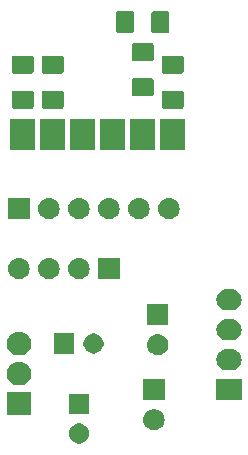
<source format=gbr>
G04 #@! TF.GenerationSoftware,KiCad,Pcbnew,5.0.2+dfsg1-1*
G04 #@! TF.CreationDate,2019-05-02T19:47:23-04:00*
G04 #@! TF.ProjectId,v1,76312e6b-6963-4616-945f-706362585858,rev?*
G04 #@! TF.SameCoordinates,Original*
G04 #@! TF.FileFunction,Soldermask,Top*
G04 #@! TF.FilePolarity,Negative*
%FSLAX46Y46*%
G04 Gerber Fmt 4.6, Leading zero omitted, Abs format (unit mm)*
G04 Created by KiCad (PCBNEW 5.0.2+dfsg1-1) date Thu 02 May 2019 07:47:23 PM EDT*
%MOMM*%
%LPD*%
G01*
G04 APERTURE LIST*
%ADD10C,0.100000*%
G04 APERTURE END LIST*
D10*
G36*
X112969127Y-124819287D02*
X113123999Y-124883437D01*
X113263380Y-124976569D01*
X113381914Y-125095103D01*
X113475046Y-125234484D01*
X113539196Y-125389356D01*
X113571899Y-125553768D01*
X113571899Y-125721400D01*
X113539196Y-125885812D01*
X113475046Y-126040684D01*
X113381914Y-126180065D01*
X113263380Y-126298599D01*
X113123999Y-126391731D01*
X112969127Y-126455881D01*
X112804715Y-126488584D01*
X112637083Y-126488584D01*
X112472671Y-126455881D01*
X112317799Y-126391731D01*
X112178418Y-126298599D01*
X112059884Y-126180065D01*
X111966752Y-126040684D01*
X111902602Y-125885812D01*
X111869899Y-125721400D01*
X111869899Y-125553768D01*
X111902602Y-125389356D01*
X111966752Y-125234484D01*
X112059884Y-125095103D01*
X112178418Y-124976569D01*
X112317799Y-124883437D01*
X112472671Y-124819287D01*
X112637083Y-124786584D01*
X112804715Y-124786584D01*
X112969127Y-124819287D01*
X112969127Y-124819287D01*
G37*
G36*
X119181341Y-123565518D02*
X119247526Y-123572037D01*
X119360752Y-123606384D01*
X119417366Y-123623557D01*
X119555986Y-123697652D01*
X119573890Y-123707222D01*
X119609628Y-123736552D01*
X119711085Y-123819814D01*
X119794347Y-123921271D01*
X119823677Y-123957009D01*
X119823678Y-123957011D01*
X119907342Y-124113533D01*
X119907342Y-124113534D01*
X119958862Y-124283373D01*
X119976258Y-124460000D01*
X119958862Y-124636627D01*
X119924515Y-124749853D01*
X119907342Y-124806467D01*
X119833247Y-124945087D01*
X119823677Y-124962991D01*
X119812533Y-124976570D01*
X119711085Y-125100186D01*
X119609628Y-125183448D01*
X119573890Y-125212778D01*
X119573888Y-125212779D01*
X119417366Y-125296443D01*
X119360752Y-125313616D01*
X119247526Y-125347963D01*
X119181341Y-125354482D01*
X119115159Y-125361000D01*
X119026639Y-125361000D01*
X118960457Y-125354482D01*
X118894272Y-125347963D01*
X118781046Y-125313616D01*
X118724432Y-125296443D01*
X118567910Y-125212779D01*
X118567908Y-125212778D01*
X118532170Y-125183448D01*
X118430713Y-125100186D01*
X118329265Y-124976570D01*
X118318121Y-124962991D01*
X118308551Y-124945087D01*
X118234456Y-124806467D01*
X118217283Y-124749853D01*
X118182936Y-124636627D01*
X118165540Y-124460000D01*
X118182936Y-124283373D01*
X118234456Y-124113534D01*
X118234456Y-124113533D01*
X118318120Y-123957011D01*
X118318121Y-123957009D01*
X118347451Y-123921271D01*
X118430713Y-123819814D01*
X118532170Y-123736552D01*
X118567908Y-123707222D01*
X118585812Y-123697652D01*
X118724432Y-123623557D01*
X118781046Y-123606384D01*
X118894272Y-123572037D01*
X118960457Y-123565518D01*
X119026639Y-123559000D01*
X119115159Y-123559000D01*
X119181341Y-123565518D01*
X119181341Y-123565518D01*
G37*
G36*
X108691899Y-124101084D02*
X106589899Y-124101084D01*
X106589899Y-122094084D01*
X108691899Y-122094084D01*
X108691899Y-124101084D01*
X108691899Y-124101084D01*
G37*
G36*
X113571899Y-123988584D02*
X111869899Y-123988584D01*
X111869899Y-122286584D01*
X113571899Y-122286584D01*
X113571899Y-123988584D01*
X113571899Y-123988584D01*
G37*
G36*
X126487899Y-122834600D02*
X124353899Y-122834600D01*
X124353899Y-121005400D01*
X126487899Y-121005400D01*
X126487899Y-122834600D01*
X126487899Y-122834600D01*
G37*
G36*
X119971899Y-122821000D02*
X118169899Y-122821000D01*
X118169899Y-121019000D01*
X119971899Y-121019000D01*
X119971899Y-122821000D01*
X119971899Y-122821000D01*
G37*
G36*
X107790582Y-119559293D02*
X107885119Y-119568604D01*
X108074280Y-119625985D01*
X108248611Y-119719167D01*
X108401414Y-119844569D01*
X108526816Y-119997372D01*
X108619998Y-120171703D01*
X108677379Y-120360864D01*
X108696754Y-120557584D01*
X108677379Y-120754304D01*
X108619998Y-120943465D01*
X108526816Y-121117796D01*
X108401414Y-121270599D01*
X108248611Y-121396001D01*
X108074280Y-121489183D01*
X107885119Y-121546564D01*
X107796663Y-121555276D01*
X107737695Y-121561084D01*
X107544103Y-121561084D01*
X107485135Y-121555276D01*
X107396679Y-121546564D01*
X107207518Y-121489183D01*
X107033187Y-121396001D01*
X106880384Y-121270599D01*
X106754982Y-121117796D01*
X106661800Y-120943465D01*
X106604419Y-120754304D01*
X106585044Y-120557584D01*
X106604419Y-120360864D01*
X106661800Y-120171703D01*
X106754982Y-119997372D01*
X106880384Y-119844569D01*
X107033187Y-119719167D01*
X107207518Y-119625985D01*
X107396679Y-119568604D01*
X107491216Y-119559293D01*
X107544103Y-119554084D01*
X107737695Y-119554084D01*
X107790582Y-119559293D01*
X107790582Y-119559293D01*
G37*
G36*
X125752593Y-118478633D02*
X125924993Y-118530931D01*
X125924995Y-118530932D01*
X126083882Y-118615859D01*
X126223148Y-118730151D01*
X126331992Y-118862778D01*
X126337439Y-118869416D01*
X126422368Y-119028306D01*
X126474666Y-119200706D01*
X126492324Y-119380000D01*
X126474666Y-119559294D01*
X126426168Y-119719167D01*
X126422367Y-119731696D01*
X126337440Y-119890583D01*
X126223148Y-120029849D01*
X126083882Y-120144141D01*
X126032317Y-120171703D01*
X125924993Y-120229069D01*
X125752593Y-120281367D01*
X125618230Y-120294600D01*
X125223568Y-120294600D01*
X125089205Y-120281367D01*
X124916805Y-120229069D01*
X124809481Y-120171703D01*
X124757916Y-120144141D01*
X124618650Y-120029849D01*
X124504358Y-119890583D01*
X124419431Y-119731696D01*
X124415630Y-119719167D01*
X124367132Y-119559294D01*
X124349474Y-119380000D01*
X124367132Y-119200706D01*
X124419430Y-119028306D01*
X124504359Y-118869416D01*
X124509807Y-118862778D01*
X124618650Y-118730151D01*
X124757916Y-118615859D01*
X124916803Y-118530932D01*
X124916805Y-118530931D01*
X125089205Y-118478633D01*
X125223568Y-118465400D01*
X125618230Y-118465400D01*
X125752593Y-118478633D01*
X125752593Y-118478633D01*
G37*
G36*
X107790582Y-117019293D02*
X107885119Y-117028604D01*
X108074280Y-117085985D01*
X108248611Y-117179167D01*
X108401414Y-117304569D01*
X108526816Y-117457372D01*
X108619998Y-117631703D01*
X108677379Y-117820864D01*
X108696754Y-118017584D01*
X108677379Y-118214304D01*
X108619998Y-118403465D01*
X108526816Y-118577796D01*
X108401414Y-118730599D01*
X108248611Y-118856001D01*
X108074280Y-118949183D01*
X107885119Y-119006564D01*
X107796663Y-119015276D01*
X107737695Y-119021084D01*
X107544103Y-119021084D01*
X107485135Y-119015276D01*
X107396679Y-119006564D01*
X107207518Y-118949183D01*
X107033187Y-118856001D01*
X106880384Y-118730599D01*
X106754982Y-118577796D01*
X106661800Y-118403465D01*
X106604419Y-118214304D01*
X106585044Y-118017584D01*
X106604419Y-117820864D01*
X106661800Y-117631703D01*
X106754982Y-117457372D01*
X106880384Y-117304569D01*
X107033187Y-117179167D01*
X107207518Y-117085985D01*
X107396679Y-117028604D01*
X107491216Y-117019293D01*
X107544103Y-117014084D01*
X107737695Y-117014084D01*
X107790582Y-117019293D01*
X107790582Y-117019293D01*
G37*
G36*
X119490443Y-117215519D02*
X119556627Y-117222037D01*
X119669853Y-117256384D01*
X119726467Y-117273557D01*
X119865087Y-117347652D01*
X119882991Y-117357222D01*
X119918729Y-117386552D01*
X120020186Y-117469814D01*
X120103448Y-117571271D01*
X120132778Y-117607009D01*
X120142348Y-117624913D01*
X120216443Y-117763533D01*
X120216443Y-117763534D01*
X120267963Y-117933373D01*
X120285359Y-118110000D01*
X120267963Y-118286627D01*
X120233616Y-118399853D01*
X120216443Y-118456467D01*
X120176640Y-118530932D01*
X120132778Y-118612991D01*
X120130424Y-118615859D01*
X120020186Y-118750186D01*
X119918729Y-118833448D01*
X119882991Y-118862778D01*
X119882989Y-118862779D01*
X119726467Y-118946443D01*
X119669853Y-118963616D01*
X119556627Y-118997963D01*
X119490443Y-119004481D01*
X119424260Y-119011000D01*
X119335740Y-119011000D01*
X119269557Y-119004481D01*
X119203373Y-118997963D01*
X119090147Y-118963616D01*
X119033533Y-118946443D01*
X118877011Y-118862779D01*
X118877009Y-118862778D01*
X118841271Y-118833448D01*
X118739814Y-118750186D01*
X118629576Y-118615859D01*
X118627222Y-118612991D01*
X118583360Y-118530932D01*
X118543557Y-118456467D01*
X118526384Y-118399853D01*
X118492037Y-118286627D01*
X118474641Y-118110000D01*
X118492037Y-117933373D01*
X118543557Y-117763534D01*
X118543557Y-117763533D01*
X118617652Y-117624913D01*
X118627222Y-117607009D01*
X118656552Y-117571271D01*
X118739814Y-117469814D01*
X118841271Y-117386552D01*
X118877009Y-117357222D01*
X118894913Y-117347652D01*
X119033533Y-117273557D01*
X119090147Y-117256384D01*
X119203373Y-117222037D01*
X119269557Y-117215519D01*
X119335740Y-117209000D01*
X119424260Y-117209000D01*
X119490443Y-117215519D01*
X119490443Y-117215519D01*
G37*
G36*
X112301899Y-118868584D02*
X110599899Y-118868584D01*
X110599899Y-117166584D01*
X112301899Y-117166584D01*
X112301899Y-118868584D01*
X112301899Y-118868584D01*
G37*
G36*
X114199127Y-117199287D02*
X114353999Y-117263437D01*
X114493380Y-117356569D01*
X114611914Y-117475103D01*
X114705046Y-117614484D01*
X114769196Y-117769356D01*
X114801899Y-117933768D01*
X114801899Y-118101400D01*
X114769196Y-118265812D01*
X114705046Y-118420684D01*
X114611914Y-118560065D01*
X114493380Y-118678599D01*
X114353999Y-118771731D01*
X114199127Y-118835881D01*
X114034715Y-118868584D01*
X113867083Y-118868584D01*
X113702671Y-118835881D01*
X113547799Y-118771731D01*
X113408418Y-118678599D01*
X113289884Y-118560065D01*
X113196752Y-118420684D01*
X113132602Y-118265812D01*
X113099899Y-118101400D01*
X113099899Y-117933768D01*
X113132602Y-117769356D01*
X113196752Y-117614484D01*
X113289884Y-117475103D01*
X113408418Y-117356569D01*
X113547799Y-117263437D01*
X113702671Y-117199287D01*
X113867083Y-117166584D01*
X114034715Y-117166584D01*
X114199127Y-117199287D01*
X114199127Y-117199287D01*
G37*
G36*
X125752593Y-115938633D02*
X125924993Y-115990931D01*
X125924995Y-115990932D01*
X126083882Y-116075859D01*
X126083884Y-116075860D01*
X126083883Y-116075860D01*
X126223148Y-116190151D01*
X126337439Y-116329416D01*
X126422368Y-116488306D01*
X126474666Y-116660706D01*
X126492324Y-116840000D01*
X126474666Y-117019294D01*
X126429985Y-117166584D01*
X126422367Y-117191696D01*
X126337440Y-117350583D01*
X126223148Y-117489849D01*
X126083882Y-117604141D01*
X126032317Y-117631703D01*
X125924993Y-117689069D01*
X125752593Y-117741367D01*
X125618230Y-117754600D01*
X125223568Y-117754600D01*
X125089205Y-117741367D01*
X124916805Y-117689069D01*
X124809481Y-117631703D01*
X124757916Y-117604141D01*
X124618650Y-117489849D01*
X124504358Y-117350583D01*
X124419431Y-117191696D01*
X124411813Y-117166584D01*
X124367132Y-117019294D01*
X124349474Y-116840000D01*
X124367132Y-116660706D01*
X124419430Y-116488306D01*
X124504359Y-116329416D01*
X124618650Y-116190151D01*
X124757915Y-116075860D01*
X124757914Y-116075860D01*
X124757916Y-116075859D01*
X124916803Y-115990932D01*
X124916805Y-115990931D01*
X125089205Y-115938633D01*
X125223568Y-115925400D01*
X125618230Y-115925400D01*
X125752593Y-115938633D01*
X125752593Y-115938633D01*
G37*
G36*
X120281000Y-116471000D02*
X118479000Y-116471000D01*
X118479000Y-114669000D01*
X120281000Y-114669000D01*
X120281000Y-116471000D01*
X120281000Y-116471000D01*
G37*
G36*
X125752593Y-113398633D02*
X125924993Y-113450931D01*
X125924995Y-113450932D01*
X126083882Y-113535859D01*
X126083884Y-113535860D01*
X126083883Y-113535860D01*
X126223148Y-113650151D01*
X126337439Y-113789416D01*
X126422368Y-113948306D01*
X126474666Y-114120706D01*
X126492324Y-114300000D01*
X126474666Y-114479294D01*
X126422368Y-114651694D01*
X126422367Y-114651696D01*
X126337440Y-114810583D01*
X126223148Y-114949849D01*
X126083882Y-115064141D01*
X125924995Y-115149068D01*
X125924993Y-115149069D01*
X125752593Y-115201367D01*
X125618230Y-115214600D01*
X125223568Y-115214600D01*
X125089205Y-115201367D01*
X124916805Y-115149069D01*
X124916803Y-115149068D01*
X124757916Y-115064141D01*
X124618650Y-114949849D01*
X124504358Y-114810583D01*
X124419431Y-114651696D01*
X124419430Y-114651694D01*
X124367132Y-114479294D01*
X124349474Y-114300000D01*
X124367132Y-114120706D01*
X124419430Y-113948306D01*
X124504359Y-113789416D01*
X124618650Y-113650151D01*
X124757915Y-113535860D01*
X124757914Y-113535860D01*
X124757916Y-113535859D01*
X124916803Y-113450932D01*
X124916805Y-113450931D01*
X125089205Y-113398633D01*
X125223568Y-113385400D01*
X125618230Y-113385400D01*
X125752593Y-113398633D01*
X125752593Y-113398633D01*
G37*
G36*
X107751341Y-110773102D02*
X107817526Y-110779621D01*
X107930752Y-110813968D01*
X107987366Y-110831141D01*
X108125986Y-110905236D01*
X108143890Y-110914806D01*
X108179628Y-110944136D01*
X108281085Y-111027398D01*
X108364347Y-111128855D01*
X108393677Y-111164593D01*
X108393678Y-111164595D01*
X108477342Y-111321117D01*
X108477342Y-111321118D01*
X108528862Y-111490957D01*
X108546258Y-111667584D01*
X108528862Y-111844211D01*
X108494515Y-111957437D01*
X108477342Y-112014051D01*
X108403247Y-112152671D01*
X108393677Y-112170575D01*
X108364347Y-112206313D01*
X108281085Y-112307770D01*
X108179628Y-112391032D01*
X108143890Y-112420362D01*
X108143888Y-112420363D01*
X107987366Y-112504027D01*
X107930752Y-112521200D01*
X107817526Y-112555547D01*
X107751342Y-112562065D01*
X107685159Y-112568584D01*
X107596639Y-112568584D01*
X107530456Y-112562065D01*
X107464272Y-112555547D01*
X107351046Y-112521200D01*
X107294432Y-112504027D01*
X107137910Y-112420363D01*
X107137908Y-112420362D01*
X107102170Y-112391032D01*
X107000713Y-112307770D01*
X106917451Y-112206313D01*
X106888121Y-112170575D01*
X106878551Y-112152671D01*
X106804456Y-112014051D01*
X106787283Y-111957437D01*
X106752936Y-111844211D01*
X106735540Y-111667584D01*
X106752936Y-111490957D01*
X106804456Y-111321118D01*
X106804456Y-111321117D01*
X106888120Y-111164595D01*
X106888121Y-111164593D01*
X106917451Y-111128855D01*
X107000713Y-111027398D01*
X107102170Y-110944136D01*
X107137908Y-110914806D01*
X107155812Y-110905236D01*
X107294432Y-110831141D01*
X107351046Y-110813968D01*
X107464272Y-110779621D01*
X107530457Y-110773102D01*
X107596639Y-110766584D01*
X107685159Y-110766584D01*
X107751341Y-110773102D01*
X107751341Y-110773102D01*
G37*
G36*
X112831341Y-110773102D02*
X112897526Y-110779621D01*
X113010752Y-110813968D01*
X113067366Y-110831141D01*
X113205986Y-110905236D01*
X113223890Y-110914806D01*
X113259628Y-110944136D01*
X113361085Y-111027398D01*
X113444347Y-111128855D01*
X113473677Y-111164593D01*
X113473678Y-111164595D01*
X113557342Y-111321117D01*
X113557342Y-111321118D01*
X113608862Y-111490957D01*
X113626258Y-111667584D01*
X113608862Y-111844211D01*
X113574515Y-111957437D01*
X113557342Y-112014051D01*
X113483247Y-112152671D01*
X113473677Y-112170575D01*
X113444347Y-112206313D01*
X113361085Y-112307770D01*
X113259628Y-112391032D01*
X113223890Y-112420362D01*
X113223888Y-112420363D01*
X113067366Y-112504027D01*
X113010752Y-112521200D01*
X112897526Y-112555547D01*
X112831342Y-112562065D01*
X112765159Y-112568584D01*
X112676639Y-112568584D01*
X112610456Y-112562065D01*
X112544272Y-112555547D01*
X112431046Y-112521200D01*
X112374432Y-112504027D01*
X112217910Y-112420363D01*
X112217908Y-112420362D01*
X112182170Y-112391032D01*
X112080713Y-112307770D01*
X111997451Y-112206313D01*
X111968121Y-112170575D01*
X111958551Y-112152671D01*
X111884456Y-112014051D01*
X111867283Y-111957437D01*
X111832936Y-111844211D01*
X111815540Y-111667584D01*
X111832936Y-111490957D01*
X111884456Y-111321118D01*
X111884456Y-111321117D01*
X111968120Y-111164595D01*
X111968121Y-111164593D01*
X111997451Y-111128855D01*
X112080713Y-111027398D01*
X112182170Y-110944136D01*
X112217908Y-110914806D01*
X112235812Y-110905236D01*
X112374432Y-110831141D01*
X112431046Y-110813968D01*
X112544272Y-110779621D01*
X112610457Y-110773102D01*
X112676639Y-110766584D01*
X112765159Y-110766584D01*
X112831341Y-110773102D01*
X112831341Y-110773102D01*
G37*
G36*
X116161899Y-112568584D02*
X114359899Y-112568584D01*
X114359899Y-110766584D01*
X116161899Y-110766584D01*
X116161899Y-112568584D01*
X116161899Y-112568584D01*
G37*
G36*
X110291341Y-110773102D02*
X110357526Y-110779621D01*
X110470752Y-110813968D01*
X110527366Y-110831141D01*
X110665986Y-110905236D01*
X110683890Y-110914806D01*
X110719628Y-110944136D01*
X110821085Y-111027398D01*
X110904347Y-111128855D01*
X110933677Y-111164593D01*
X110933678Y-111164595D01*
X111017342Y-111321117D01*
X111017342Y-111321118D01*
X111068862Y-111490957D01*
X111086258Y-111667584D01*
X111068862Y-111844211D01*
X111034515Y-111957437D01*
X111017342Y-112014051D01*
X110943247Y-112152671D01*
X110933677Y-112170575D01*
X110904347Y-112206313D01*
X110821085Y-112307770D01*
X110719628Y-112391032D01*
X110683890Y-112420362D01*
X110683888Y-112420363D01*
X110527366Y-112504027D01*
X110470752Y-112521200D01*
X110357526Y-112555547D01*
X110291342Y-112562065D01*
X110225159Y-112568584D01*
X110136639Y-112568584D01*
X110070456Y-112562065D01*
X110004272Y-112555547D01*
X109891046Y-112521200D01*
X109834432Y-112504027D01*
X109677910Y-112420363D01*
X109677908Y-112420362D01*
X109642170Y-112391032D01*
X109540713Y-112307770D01*
X109457451Y-112206313D01*
X109428121Y-112170575D01*
X109418551Y-112152671D01*
X109344456Y-112014051D01*
X109327283Y-111957437D01*
X109292936Y-111844211D01*
X109275540Y-111667584D01*
X109292936Y-111490957D01*
X109344456Y-111321118D01*
X109344456Y-111321117D01*
X109428120Y-111164595D01*
X109428121Y-111164593D01*
X109457451Y-111128855D01*
X109540713Y-111027398D01*
X109642170Y-110944136D01*
X109677908Y-110914806D01*
X109695812Y-110905236D01*
X109834432Y-110831141D01*
X109891046Y-110813968D01*
X110004272Y-110779621D01*
X110070457Y-110773102D01*
X110136639Y-110766584D01*
X110225159Y-110766584D01*
X110291341Y-110773102D01*
X110291341Y-110773102D01*
G37*
G36*
X115371341Y-105693102D02*
X115437526Y-105699621D01*
X115550752Y-105733968D01*
X115607366Y-105751141D01*
X115745986Y-105825236D01*
X115763890Y-105834806D01*
X115799628Y-105864136D01*
X115901085Y-105947398D01*
X115984347Y-106048855D01*
X116013677Y-106084593D01*
X116013678Y-106084595D01*
X116097342Y-106241117D01*
X116097342Y-106241118D01*
X116148862Y-106410957D01*
X116166258Y-106587584D01*
X116148862Y-106764211D01*
X116114515Y-106877437D01*
X116097342Y-106934051D01*
X116023247Y-107072671D01*
X116013677Y-107090575D01*
X115984347Y-107126313D01*
X115901085Y-107227770D01*
X115799628Y-107311032D01*
X115763890Y-107340362D01*
X115763888Y-107340363D01*
X115607366Y-107424027D01*
X115550752Y-107441200D01*
X115437526Y-107475547D01*
X115371341Y-107482066D01*
X115305159Y-107488584D01*
X115216639Y-107488584D01*
X115150457Y-107482066D01*
X115084272Y-107475547D01*
X114971046Y-107441200D01*
X114914432Y-107424027D01*
X114757910Y-107340363D01*
X114757908Y-107340362D01*
X114722170Y-107311032D01*
X114620713Y-107227770D01*
X114537451Y-107126313D01*
X114508121Y-107090575D01*
X114498551Y-107072671D01*
X114424456Y-106934051D01*
X114407283Y-106877437D01*
X114372936Y-106764211D01*
X114355540Y-106587584D01*
X114372936Y-106410957D01*
X114424456Y-106241118D01*
X114424456Y-106241117D01*
X114508120Y-106084595D01*
X114508121Y-106084593D01*
X114537451Y-106048855D01*
X114620713Y-105947398D01*
X114722170Y-105864136D01*
X114757908Y-105834806D01*
X114775812Y-105825236D01*
X114914432Y-105751141D01*
X114971046Y-105733968D01*
X115084272Y-105699621D01*
X115150457Y-105693102D01*
X115216639Y-105686584D01*
X115305159Y-105686584D01*
X115371341Y-105693102D01*
X115371341Y-105693102D01*
G37*
G36*
X108541899Y-107488584D02*
X106739899Y-107488584D01*
X106739899Y-105686584D01*
X108541899Y-105686584D01*
X108541899Y-107488584D01*
X108541899Y-107488584D01*
G37*
G36*
X110291341Y-105693102D02*
X110357526Y-105699621D01*
X110470752Y-105733968D01*
X110527366Y-105751141D01*
X110665986Y-105825236D01*
X110683890Y-105834806D01*
X110719628Y-105864136D01*
X110821085Y-105947398D01*
X110904347Y-106048855D01*
X110933677Y-106084593D01*
X110933678Y-106084595D01*
X111017342Y-106241117D01*
X111017342Y-106241118D01*
X111068862Y-106410957D01*
X111086258Y-106587584D01*
X111068862Y-106764211D01*
X111034515Y-106877437D01*
X111017342Y-106934051D01*
X110943247Y-107072671D01*
X110933677Y-107090575D01*
X110904347Y-107126313D01*
X110821085Y-107227770D01*
X110719628Y-107311032D01*
X110683890Y-107340362D01*
X110683888Y-107340363D01*
X110527366Y-107424027D01*
X110470752Y-107441200D01*
X110357526Y-107475547D01*
X110291341Y-107482066D01*
X110225159Y-107488584D01*
X110136639Y-107488584D01*
X110070457Y-107482066D01*
X110004272Y-107475547D01*
X109891046Y-107441200D01*
X109834432Y-107424027D01*
X109677910Y-107340363D01*
X109677908Y-107340362D01*
X109642170Y-107311032D01*
X109540713Y-107227770D01*
X109457451Y-107126313D01*
X109428121Y-107090575D01*
X109418551Y-107072671D01*
X109344456Y-106934051D01*
X109327283Y-106877437D01*
X109292936Y-106764211D01*
X109275540Y-106587584D01*
X109292936Y-106410957D01*
X109344456Y-106241118D01*
X109344456Y-106241117D01*
X109428120Y-106084595D01*
X109428121Y-106084593D01*
X109457451Y-106048855D01*
X109540713Y-105947398D01*
X109642170Y-105864136D01*
X109677908Y-105834806D01*
X109695812Y-105825236D01*
X109834432Y-105751141D01*
X109891046Y-105733968D01*
X110004272Y-105699621D01*
X110070457Y-105693102D01*
X110136639Y-105686584D01*
X110225159Y-105686584D01*
X110291341Y-105693102D01*
X110291341Y-105693102D01*
G37*
G36*
X112831341Y-105693102D02*
X112897526Y-105699621D01*
X113010752Y-105733968D01*
X113067366Y-105751141D01*
X113205986Y-105825236D01*
X113223890Y-105834806D01*
X113259628Y-105864136D01*
X113361085Y-105947398D01*
X113444347Y-106048855D01*
X113473677Y-106084593D01*
X113473678Y-106084595D01*
X113557342Y-106241117D01*
X113557342Y-106241118D01*
X113608862Y-106410957D01*
X113626258Y-106587584D01*
X113608862Y-106764211D01*
X113574515Y-106877437D01*
X113557342Y-106934051D01*
X113483247Y-107072671D01*
X113473677Y-107090575D01*
X113444347Y-107126313D01*
X113361085Y-107227770D01*
X113259628Y-107311032D01*
X113223890Y-107340362D01*
X113223888Y-107340363D01*
X113067366Y-107424027D01*
X113010752Y-107441200D01*
X112897526Y-107475547D01*
X112831341Y-107482066D01*
X112765159Y-107488584D01*
X112676639Y-107488584D01*
X112610457Y-107482066D01*
X112544272Y-107475547D01*
X112431046Y-107441200D01*
X112374432Y-107424027D01*
X112217910Y-107340363D01*
X112217908Y-107340362D01*
X112182170Y-107311032D01*
X112080713Y-107227770D01*
X111997451Y-107126313D01*
X111968121Y-107090575D01*
X111958551Y-107072671D01*
X111884456Y-106934051D01*
X111867283Y-106877437D01*
X111832936Y-106764211D01*
X111815540Y-106587584D01*
X111832936Y-106410957D01*
X111884456Y-106241118D01*
X111884456Y-106241117D01*
X111968120Y-106084595D01*
X111968121Y-106084593D01*
X111997451Y-106048855D01*
X112080713Y-105947398D01*
X112182170Y-105864136D01*
X112217908Y-105834806D01*
X112235812Y-105825236D01*
X112374432Y-105751141D01*
X112431046Y-105733968D01*
X112544272Y-105699621D01*
X112610457Y-105693102D01*
X112676639Y-105686584D01*
X112765159Y-105686584D01*
X112831341Y-105693102D01*
X112831341Y-105693102D01*
G37*
G36*
X117911341Y-105693102D02*
X117977526Y-105699621D01*
X118090752Y-105733968D01*
X118147366Y-105751141D01*
X118285986Y-105825236D01*
X118303890Y-105834806D01*
X118339628Y-105864136D01*
X118441085Y-105947398D01*
X118524347Y-106048855D01*
X118553677Y-106084593D01*
X118553678Y-106084595D01*
X118637342Y-106241117D01*
X118637342Y-106241118D01*
X118688862Y-106410957D01*
X118706258Y-106587584D01*
X118688862Y-106764211D01*
X118654515Y-106877437D01*
X118637342Y-106934051D01*
X118563247Y-107072671D01*
X118553677Y-107090575D01*
X118524347Y-107126313D01*
X118441085Y-107227770D01*
X118339628Y-107311032D01*
X118303890Y-107340362D01*
X118303888Y-107340363D01*
X118147366Y-107424027D01*
X118090752Y-107441200D01*
X117977526Y-107475547D01*
X117911341Y-107482066D01*
X117845159Y-107488584D01*
X117756639Y-107488584D01*
X117690457Y-107482066D01*
X117624272Y-107475547D01*
X117511046Y-107441200D01*
X117454432Y-107424027D01*
X117297910Y-107340363D01*
X117297908Y-107340362D01*
X117262170Y-107311032D01*
X117160713Y-107227770D01*
X117077451Y-107126313D01*
X117048121Y-107090575D01*
X117038551Y-107072671D01*
X116964456Y-106934051D01*
X116947283Y-106877437D01*
X116912936Y-106764211D01*
X116895540Y-106587584D01*
X116912936Y-106410957D01*
X116964456Y-106241118D01*
X116964456Y-106241117D01*
X117048120Y-106084595D01*
X117048121Y-106084593D01*
X117077451Y-106048855D01*
X117160713Y-105947398D01*
X117262170Y-105864136D01*
X117297908Y-105834806D01*
X117315812Y-105825236D01*
X117454432Y-105751141D01*
X117511046Y-105733968D01*
X117624272Y-105699621D01*
X117690457Y-105693102D01*
X117756639Y-105686584D01*
X117845159Y-105686584D01*
X117911341Y-105693102D01*
X117911341Y-105693102D01*
G37*
G36*
X120451341Y-105693102D02*
X120517526Y-105699621D01*
X120630752Y-105733968D01*
X120687366Y-105751141D01*
X120825986Y-105825236D01*
X120843890Y-105834806D01*
X120879628Y-105864136D01*
X120981085Y-105947398D01*
X121064347Y-106048855D01*
X121093677Y-106084593D01*
X121093678Y-106084595D01*
X121177342Y-106241117D01*
X121177342Y-106241118D01*
X121228862Y-106410957D01*
X121246258Y-106587584D01*
X121228862Y-106764211D01*
X121194515Y-106877437D01*
X121177342Y-106934051D01*
X121103247Y-107072671D01*
X121093677Y-107090575D01*
X121064347Y-107126313D01*
X120981085Y-107227770D01*
X120879628Y-107311032D01*
X120843890Y-107340362D01*
X120843888Y-107340363D01*
X120687366Y-107424027D01*
X120630752Y-107441200D01*
X120517526Y-107475547D01*
X120451341Y-107482066D01*
X120385159Y-107488584D01*
X120296639Y-107488584D01*
X120230457Y-107482066D01*
X120164272Y-107475547D01*
X120051046Y-107441200D01*
X119994432Y-107424027D01*
X119837910Y-107340363D01*
X119837908Y-107340362D01*
X119802170Y-107311032D01*
X119700713Y-107227770D01*
X119617451Y-107126313D01*
X119588121Y-107090575D01*
X119578551Y-107072671D01*
X119504456Y-106934051D01*
X119487283Y-106877437D01*
X119452936Y-106764211D01*
X119435540Y-106587584D01*
X119452936Y-106410957D01*
X119504456Y-106241118D01*
X119504456Y-106241117D01*
X119588120Y-106084595D01*
X119588121Y-106084593D01*
X119617451Y-106048855D01*
X119700713Y-105947398D01*
X119802170Y-105864136D01*
X119837908Y-105834806D01*
X119855812Y-105825236D01*
X119994432Y-105751141D01*
X120051046Y-105733968D01*
X120164272Y-105699621D01*
X120230457Y-105693102D01*
X120296639Y-105686584D01*
X120385159Y-105686584D01*
X120451341Y-105693102D01*
X120451341Y-105693102D01*
G37*
G36*
X121701000Y-101651000D02*
X119599000Y-101651000D01*
X119599000Y-99009000D01*
X121701000Y-99009000D01*
X121701000Y-101651000D01*
X121701000Y-101651000D01*
G37*
G36*
X116621000Y-101651000D02*
X114519000Y-101651000D01*
X114519000Y-99009000D01*
X116621000Y-99009000D01*
X116621000Y-101651000D01*
X116621000Y-101651000D01*
G37*
G36*
X119161000Y-101651000D02*
X117059000Y-101651000D01*
X117059000Y-99009000D01*
X119161000Y-99009000D01*
X119161000Y-101651000D01*
X119161000Y-101651000D01*
G37*
G36*
X114081000Y-101651000D02*
X111979000Y-101651000D01*
X111979000Y-99009000D01*
X114081000Y-99009000D01*
X114081000Y-101651000D01*
X114081000Y-101651000D01*
G37*
G36*
X111541000Y-101651000D02*
X109439000Y-101651000D01*
X109439000Y-99009000D01*
X111541000Y-99009000D01*
X111541000Y-101651000D01*
X111541000Y-101651000D01*
G37*
G36*
X109001000Y-101651000D02*
X106899000Y-101651000D01*
X106899000Y-99009000D01*
X109001000Y-99009000D01*
X109001000Y-101651000D01*
X109001000Y-101651000D01*
G37*
G36*
X111265562Y-96613181D02*
X111300477Y-96623773D01*
X111332665Y-96640978D01*
X111360873Y-96664127D01*
X111384022Y-96692335D01*
X111401227Y-96724523D01*
X111411819Y-96759438D01*
X111416000Y-96801895D01*
X111416000Y-97943105D01*
X111411819Y-97985562D01*
X111401227Y-98020477D01*
X111384022Y-98052665D01*
X111360873Y-98080873D01*
X111332665Y-98104022D01*
X111300477Y-98121227D01*
X111265562Y-98131819D01*
X111223105Y-98136000D01*
X109756895Y-98136000D01*
X109714438Y-98131819D01*
X109679523Y-98121227D01*
X109647335Y-98104022D01*
X109619127Y-98080873D01*
X109595978Y-98052665D01*
X109578773Y-98020477D01*
X109568181Y-97985562D01*
X109564000Y-97943105D01*
X109564000Y-96801895D01*
X109568181Y-96759438D01*
X109578773Y-96724523D01*
X109595978Y-96692335D01*
X109619127Y-96664127D01*
X109647335Y-96640978D01*
X109679523Y-96623773D01*
X109714438Y-96613181D01*
X109756895Y-96609000D01*
X111223105Y-96609000D01*
X111265562Y-96613181D01*
X111265562Y-96613181D01*
G37*
G36*
X121425562Y-96613181D02*
X121460477Y-96623773D01*
X121492665Y-96640978D01*
X121520873Y-96664127D01*
X121544022Y-96692335D01*
X121561227Y-96724523D01*
X121571819Y-96759438D01*
X121576000Y-96801895D01*
X121576000Y-97943105D01*
X121571819Y-97985562D01*
X121561227Y-98020477D01*
X121544022Y-98052665D01*
X121520873Y-98080873D01*
X121492665Y-98104022D01*
X121460477Y-98121227D01*
X121425562Y-98131819D01*
X121383105Y-98136000D01*
X119916895Y-98136000D01*
X119874438Y-98131819D01*
X119839523Y-98121227D01*
X119807335Y-98104022D01*
X119779127Y-98080873D01*
X119755978Y-98052665D01*
X119738773Y-98020477D01*
X119728181Y-97985562D01*
X119724000Y-97943105D01*
X119724000Y-96801895D01*
X119728181Y-96759438D01*
X119738773Y-96724523D01*
X119755978Y-96692335D01*
X119779127Y-96664127D01*
X119807335Y-96640978D01*
X119839523Y-96623773D01*
X119874438Y-96613181D01*
X119916895Y-96609000D01*
X121383105Y-96609000D01*
X121425562Y-96613181D01*
X121425562Y-96613181D01*
G37*
G36*
X108725562Y-96613181D02*
X108760477Y-96623773D01*
X108792665Y-96640978D01*
X108820873Y-96664127D01*
X108844022Y-96692335D01*
X108861227Y-96724523D01*
X108871819Y-96759438D01*
X108876000Y-96801895D01*
X108876000Y-97943105D01*
X108871819Y-97985562D01*
X108861227Y-98020477D01*
X108844022Y-98052665D01*
X108820873Y-98080873D01*
X108792665Y-98104022D01*
X108760477Y-98121227D01*
X108725562Y-98131819D01*
X108683105Y-98136000D01*
X107216895Y-98136000D01*
X107174438Y-98131819D01*
X107139523Y-98121227D01*
X107107335Y-98104022D01*
X107079127Y-98080873D01*
X107055978Y-98052665D01*
X107038773Y-98020477D01*
X107028181Y-97985562D01*
X107024000Y-97943105D01*
X107024000Y-96801895D01*
X107028181Y-96759438D01*
X107038773Y-96724523D01*
X107055978Y-96692335D01*
X107079127Y-96664127D01*
X107107335Y-96640978D01*
X107139523Y-96623773D01*
X107174438Y-96613181D01*
X107216895Y-96609000D01*
X108683105Y-96609000D01*
X108725562Y-96613181D01*
X108725562Y-96613181D01*
G37*
G36*
X118885562Y-95560681D02*
X118920477Y-95571273D01*
X118952665Y-95588478D01*
X118980873Y-95611627D01*
X119004022Y-95639835D01*
X119021227Y-95672023D01*
X119031819Y-95706938D01*
X119036000Y-95749395D01*
X119036000Y-96890605D01*
X119031819Y-96933062D01*
X119021227Y-96967977D01*
X119004022Y-97000165D01*
X118980873Y-97028373D01*
X118952665Y-97051522D01*
X118920477Y-97068727D01*
X118885562Y-97079319D01*
X118843105Y-97083500D01*
X117376895Y-97083500D01*
X117334438Y-97079319D01*
X117299523Y-97068727D01*
X117267335Y-97051522D01*
X117239127Y-97028373D01*
X117215978Y-97000165D01*
X117198773Y-96967977D01*
X117188181Y-96933062D01*
X117184000Y-96890605D01*
X117184000Y-95749395D01*
X117188181Y-95706938D01*
X117198773Y-95672023D01*
X117215978Y-95639835D01*
X117239127Y-95611627D01*
X117267335Y-95588478D01*
X117299523Y-95571273D01*
X117334438Y-95560681D01*
X117376895Y-95556500D01*
X118843105Y-95556500D01*
X118885562Y-95560681D01*
X118885562Y-95560681D01*
G37*
G36*
X111265562Y-93638181D02*
X111300477Y-93648773D01*
X111332665Y-93665978D01*
X111360873Y-93689127D01*
X111384022Y-93717335D01*
X111401227Y-93749523D01*
X111411819Y-93784438D01*
X111416000Y-93826895D01*
X111416000Y-94968105D01*
X111411819Y-95010562D01*
X111401227Y-95045477D01*
X111384022Y-95077665D01*
X111360873Y-95105873D01*
X111332665Y-95129022D01*
X111300477Y-95146227D01*
X111265562Y-95156819D01*
X111223105Y-95161000D01*
X109756895Y-95161000D01*
X109714438Y-95156819D01*
X109679523Y-95146227D01*
X109647335Y-95129022D01*
X109619127Y-95105873D01*
X109595978Y-95077665D01*
X109578773Y-95045477D01*
X109568181Y-95010562D01*
X109564000Y-94968105D01*
X109564000Y-93826895D01*
X109568181Y-93784438D01*
X109578773Y-93749523D01*
X109595978Y-93717335D01*
X109619127Y-93689127D01*
X109647335Y-93665978D01*
X109679523Y-93648773D01*
X109714438Y-93638181D01*
X109756895Y-93634000D01*
X111223105Y-93634000D01*
X111265562Y-93638181D01*
X111265562Y-93638181D01*
G37*
G36*
X108725562Y-93638181D02*
X108760477Y-93648773D01*
X108792665Y-93665978D01*
X108820873Y-93689127D01*
X108844022Y-93717335D01*
X108861227Y-93749523D01*
X108871819Y-93784438D01*
X108876000Y-93826895D01*
X108876000Y-94968105D01*
X108871819Y-95010562D01*
X108861227Y-95045477D01*
X108844022Y-95077665D01*
X108820873Y-95105873D01*
X108792665Y-95129022D01*
X108760477Y-95146227D01*
X108725562Y-95156819D01*
X108683105Y-95161000D01*
X107216895Y-95161000D01*
X107174438Y-95156819D01*
X107139523Y-95146227D01*
X107107335Y-95129022D01*
X107079127Y-95105873D01*
X107055978Y-95077665D01*
X107038773Y-95045477D01*
X107028181Y-95010562D01*
X107024000Y-94968105D01*
X107024000Y-93826895D01*
X107028181Y-93784438D01*
X107038773Y-93749523D01*
X107055978Y-93717335D01*
X107079127Y-93689127D01*
X107107335Y-93665978D01*
X107139523Y-93648773D01*
X107174438Y-93638181D01*
X107216895Y-93634000D01*
X108683105Y-93634000D01*
X108725562Y-93638181D01*
X108725562Y-93638181D01*
G37*
G36*
X121425562Y-93638181D02*
X121460477Y-93648773D01*
X121492665Y-93665978D01*
X121520873Y-93689127D01*
X121544022Y-93717335D01*
X121561227Y-93749523D01*
X121571819Y-93784438D01*
X121576000Y-93826895D01*
X121576000Y-94968105D01*
X121571819Y-95010562D01*
X121561227Y-95045477D01*
X121544022Y-95077665D01*
X121520873Y-95105873D01*
X121492665Y-95129022D01*
X121460477Y-95146227D01*
X121425562Y-95156819D01*
X121383105Y-95161000D01*
X119916895Y-95161000D01*
X119874438Y-95156819D01*
X119839523Y-95146227D01*
X119807335Y-95129022D01*
X119779127Y-95105873D01*
X119755978Y-95077665D01*
X119738773Y-95045477D01*
X119728181Y-95010562D01*
X119724000Y-94968105D01*
X119724000Y-93826895D01*
X119728181Y-93784438D01*
X119738773Y-93749523D01*
X119755978Y-93717335D01*
X119779127Y-93689127D01*
X119807335Y-93665978D01*
X119839523Y-93648773D01*
X119874438Y-93638181D01*
X119916895Y-93634000D01*
X121383105Y-93634000D01*
X121425562Y-93638181D01*
X121425562Y-93638181D01*
G37*
G36*
X118885562Y-92585681D02*
X118920477Y-92596273D01*
X118952665Y-92613478D01*
X118980873Y-92636627D01*
X119004022Y-92664835D01*
X119021227Y-92697023D01*
X119031819Y-92731938D01*
X119036000Y-92774395D01*
X119036000Y-93915605D01*
X119031819Y-93958062D01*
X119021227Y-93992977D01*
X119004022Y-94025165D01*
X118980873Y-94053373D01*
X118952665Y-94076522D01*
X118920477Y-94093727D01*
X118885562Y-94104319D01*
X118843105Y-94108500D01*
X117376895Y-94108500D01*
X117334438Y-94104319D01*
X117299523Y-94093727D01*
X117267335Y-94076522D01*
X117239127Y-94053373D01*
X117215978Y-94025165D01*
X117198773Y-93992977D01*
X117188181Y-93958062D01*
X117184000Y-93915605D01*
X117184000Y-92774395D01*
X117188181Y-92731938D01*
X117198773Y-92697023D01*
X117215978Y-92664835D01*
X117239127Y-92636627D01*
X117267335Y-92613478D01*
X117299523Y-92596273D01*
X117334438Y-92585681D01*
X117376895Y-92581500D01*
X118843105Y-92581500D01*
X118885562Y-92585681D01*
X118885562Y-92585681D01*
G37*
G36*
X120210562Y-89883181D02*
X120245477Y-89893773D01*
X120277665Y-89910978D01*
X120305873Y-89934127D01*
X120329022Y-89962335D01*
X120346227Y-89994523D01*
X120356819Y-90029438D01*
X120361000Y-90071895D01*
X120361000Y-91538105D01*
X120356819Y-91580562D01*
X120346227Y-91615477D01*
X120329022Y-91647665D01*
X120305873Y-91675873D01*
X120277665Y-91699022D01*
X120245477Y-91716227D01*
X120210562Y-91726819D01*
X120168105Y-91731000D01*
X119026895Y-91731000D01*
X118984438Y-91726819D01*
X118949523Y-91716227D01*
X118917335Y-91699022D01*
X118889127Y-91675873D01*
X118865978Y-91647665D01*
X118848773Y-91615477D01*
X118838181Y-91580562D01*
X118834000Y-91538105D01*
X118834000Y-90071895D01*
X118838181Y-90029438D01*
X118848773Y-89994523D01*
X118865978Y-89962335D01*
X118889127Y-89934127D01*
X118917335Y-89910978D01*
X118949523Y-89893773D01*
X118984438Y-89883181D01*
X119026895Y-89879000D01*
X120168105Y-89879000D01*
X120210562Y-89883181D01*
X120210562Y-89883181D01*
G37*
G36*
X117235562Y-89883181D02*
X117270477Y-89893773D01*
X117302665Y-89910978D01*
X117330873Y-89934127D01*
X117354022Y-89962335D01*
X117371227Y-89994523D01*
X117381819Y-90029438D01*
X117386000Y-90071895D01*
X117386000Y-91538105D01*
X117381819Y-91580562D01*
X117371227Y-91615477D01*
X117354022Y-91647665D01*
X117330873Y-91675873D01*
X117302665Y-91699022D01*
X117270477Y-91716227D01*
X117235562Y-91726819D01*
X117193105Y-91731000D01*
X116051895Y-91731000D01*
X116009438Y-91726819D01*
X115974523Y-91716227D01*
X115942335Y-91699022D01*
X115914127Y-91675873D01*
X115890978Y-91647665D01*
X115873773Y-91615477D01*
X115863181Y-91580562D01*
X115859000Y-91538105D01*
X115859000Y-90071895D01*
X115863181Y-90029438D01*
X115873773Y-89994523D01*
X115890978Y-89962335D01*
X115914127Y-89934127D01*
X115942335Y-89910978D01*
X115974523Y-89893773D01*
X116009438Y-89883181D01*
X116051895Y-89879000D01*
X117193105Y-89879000D01*
X117235562Y-89883181D01*
X117235562Y-89883181D01*
G37*
M02*

</source>
